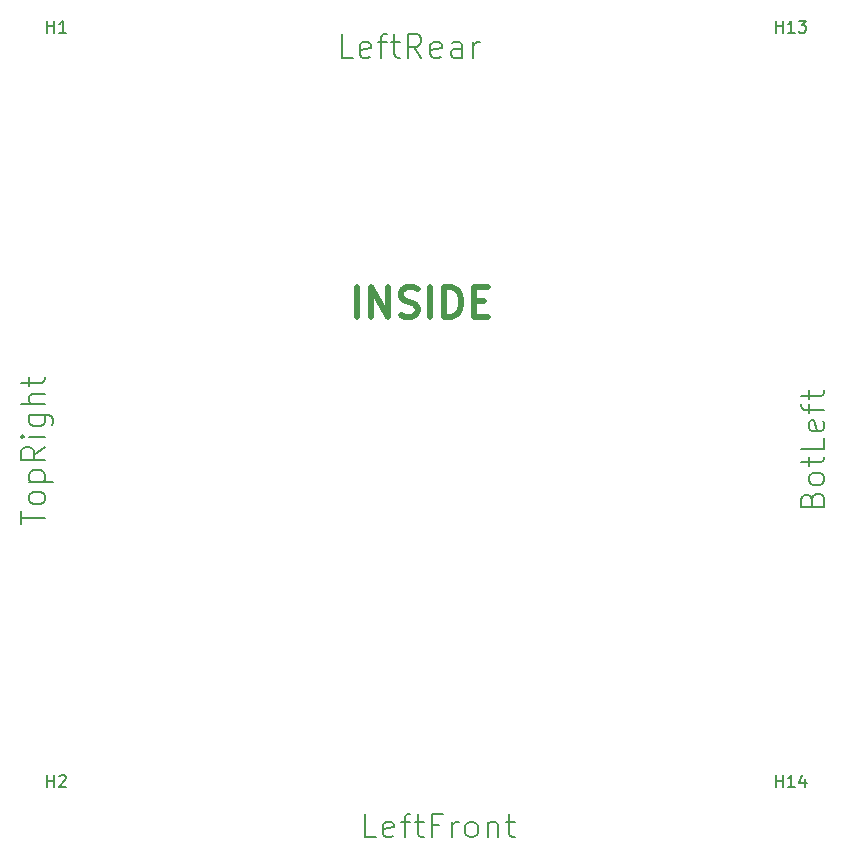
<source format=gbr>
%TF.GenerationSoftware,KiCad,Pcbnew,7.0.5-0*%
%TF.CreationDate,2024-04-21T20:06:43-04:00*%
%TF.ProjectId,swr_meter_left,7377725f-6d65-4746-9572-5f6c6566742e,rev?*%
%TF.SameCoordinates,Original*%
%TF.FileFunction,Legend,Top*%
%TF.FilePolarity,Positive*%
%FSLAX46Y46*%
G04 Gerber Fmt 4.6, Leading zero omitted, Abs format (unit mm)*
G04 Created by KiCad (PCBNEW 7.0.5-0) date 2024-04-21 20:06:43*
%MOMM*%
%LPD*%
G01*
G04 APERTURE LIST*
%ADD10C,0.200000*%
%ADD11C,0.500000*%
%ADD12C,0.150000*%
G04 APERTURE END LIST*
D10*
X130506145Y-29364835D02*
X129553764Y-29364835D01*
X129553764Y-29364835D02*
X129553764Y-27364835D01*
X131934717Y-29269597D02*
X131744241Y-29364835D01*
X131744241Y-29364835D02*
X131363288Y-29364835D01*
X131363288Y-29364835D02*
X131172812Y-29269597D01*
X131172812Y-29269597D02*
X131077574Y-29079120D01*
X131077574Y-29079120D02*
X131077574Y-28317216D01*
X131077574Y-28317216D02*
X131172812Y-28126739D01*
X131172812Y-28126739D02*
X131363288Y-28031501D01*
X131363288Y-28031501D02*
X131744241Y-28031501D01*
X131744241Y-28031501D02*
X131934717Y-28126739D01*
X131934717Y-28126739D02*
X132029955Y-28317216D01*
X132029955Y-28317216D02*
X132029955Y-28507692D01*
X132029955Y-28507692D02*
X131077574Y-28698168D01*
X132601384Y-28031501D02*
X133363288Y-28031501D01*
X132887098Y-29364835D02*
X132887098Y-27650549D01*
X132887098Y-27650549D02*
X132982336Y-27460073D01*
X132982336Y-27460073D02*
X133172812Y-27364835D01*
X133172812Y-27364835D02*
X133363288Y-27364835D01*
X133744241Y-28031501D02*
X134506145Y-28031501D01*
X134029955Y-27364835D02*
X134029955Y-29079120D01*
X134029955Y-29079120D02*
X134125193Y-29269597D01*
X134125193Y-29269597D02*
X134315669Y-29364835D01*
X134315669Y-29364835D02*
X134506145Y-29364835D01*
X136315669Y-29364835D02*
X135649002Y-28412454D01*
X135172812Y-29364835D02*
X135172812Y-27364835D01*
X135172812Y-27364835D02*
X135934717Y-27364835D01*
X135934717Y-27364835D02*
X136125193Y-27460073D01*
X136125193Y-27460073D02*
X136220431Y-27555311D01*
X136220431Y-27555311D02*
X136315669Y-27745787D01*
X136315669Y-27745787D02*
X136315669Y-28031501D01*
X136315669Y-28031501D02*
X136220431Y-28221977D01*
X136220431Y-28221977D02*
X136125193Y-28317216D01*
X136125193Y-28317216D02*
X135934717Y-28412454D01*
X135934717Y-28412454D02*
X135172812Y-28412454D01*
X137934717Y-29269597D02*
X137744241Y-29364835D01*
X137744241Y-29364835D02*
X137363288Y-29364835D01*
X137363288Y-29364835D02*
X137172812Y-29269597D01*
X137172812Y-29269597D02*
X137077574Y-29079120D01*
X137077574Y-29079120D02*
X137077574Y-28317216D01*
X137077574Y-28317216D02*
X137172812Y-28126739D01*
X137172812Y-28126739D02*
X137363288Y-28031501D01*
X137363288Y-28031501D02*
X137744241Y-28031501D01*
X137744241Y-28031501D02*
X137934717Y-28126739D01*
X137934717Y-28126739D02*
X138029955Y-28317216D01*
X138029955Y-28317216D02*
X138029955Y-28507692D01*
X138029955Y-28507692D02*
X137077574Y-28698168D01*
X139744241Y-29364835D02*
X139744241Y-28317216D01*
X139744241Y-28317216D02*
X139649003Y-28126739D01*
X139649003Y-28126739D02*
X139458527Y-28031501D01*
X139458527Y-28031501D02*
X139077574Y-28031501D01*
X139077574Y-28031501D02*
X138887098Y-28126739D01*
X139744241Y-29269597D02*
X139553765Y-29364835D01*
X139553765Y-29364835D02*
X139077574Y-29364835D01*
X139077574Y-29364835D02*
X138887098Y-29269597D01*
X138887098Y-29269597D02*
X138791860Y-29079120D01*
X138791860Y-29079120D02*
X138791860Y-28888644D01*
X138791860Y-28888644D02*
X138887098Y-28698168D01*
X138887098Y-28698168D02*
X139077574Y-28602930D01*
X139077574Y-28602930D02*
X139553765Y-28602930D01*
X139553765Y-28602930D02*
X139744241Y-28507692D01*
X140696622Y-29364835D02*
X140696622Y-28031501D01*
X140696622Y-28412454D02*
X140791860Y-28221977D01*
X140791860Y-28221977D02*
X140887098Y-28126739D01*
X140887098Y-28126739D02*
X141077574Y-28031501D01*
X141077574Y-28031501D02*
X141268051Y-28031501D01*
X102440834Y-68858092D02*
X102440834Y-67715235D01*
X104440834Y-68286664D02*
X102440834Y-68286664D01*
X104440834Y-66762854D02*
X104345596Y-66953330D01*
X104345596Y-66953330D02*
X104250357Y-67048568D01*
X104250357Y-67048568D02*
X104059881Y-67143806D01*
X104059881Y-67143806D02*
X103488453Y-67143806D01*
X103488453Y-67143806D02*
X103297976Y-67048568D01*
X103297976Y-67048568D02*
X103202738Y-66953330D01*
X103202738Y-66953330D02*
X103107500Y-66762854D01*
X103107500Y-66762854D02*
X103107500Y-66477139D01*
X103107500Y-66477139D02*
X103202738Y-66286663D01*
X103202738Y-66286663D02*
X103297976Y-66191425D01*
X103297976Y-66191425D02*
X103488453Y-66096187D01*
X103488453Y-66096187D02*
X104059881Y-66096187D01*
X104059881Y-66096187D02*
X104250357Y-66191425D01*
X104250357Y-66191425D02*
X104345596Y-66286663D01*
X104345596Y-66286663D02*
X104440834Y-66477139D01*
X104440834Y-66477139D02*
X104440834Y-66762854D01*
X103107500Y-65239044D02*
X105107500Y-65239044D01*
X103202738Y-65239044D02*
X103107500Y-65048568D01*
X103107500Y-65048568D02*
X103107500Y-64667615D01*
X103107500Y-64667615D02*
X103202738Y-64477139D01*
X103202738Y-64477139D02*
X103297976Y-64381901D01*
X103297976Y-64381901D02*
X103488453Y-64286663D01*
X103488453Y-64286663D02*
X104059881Y-64286663D01*
X104059881Y-64286663D02*
X104250357Y-64381901D01*
X104250357Y-64381901D02*
X104345596Y-64477139D01*
X104345596Y-64477139D02*
X104440834Y-64667615D01*
X104440834Y-64667615D02*
X104440834Y-65048568D01*
X104440834Y-65048568D02*
X104345596Y-65239044D01*
X104440834Y-62286663D02*
X103488453Y-62953330D01*
X104440834Y-63429520D02*
X102440834Y-63429520D01*
X102440834Y-63429520D02*
X102440834Y-62667615D01*
X102440834Y-62667615D02*
X102536072Y-62477139D01*
X102536072Y-62477139D02*
X102631310Y-62381901D01*
X102631310Y-62381901D02*
X102821786Y-62286663D01*
X102821786Y-62286663D02*
X103107500Y-62286663D01*
X103107500Y-62286663D02*
X103297976Y-62381901D01*
X103297976Y-62381901D02*
X103393215Y-62477139D01*
X103393215Y-62477139D02*
X103488453Y-62667615D01*
X103488453Y-62667615D02*
X103488453Y-63429520D01*
X104440834Y-61429520D02*
X103107500Y-61429520D01*
X102440834Y-61429520D02*
X102536072Y-61524758D01*
X102536072Y-61524758D02*
X102631310Y-61429520D01*
X102631310Y-61429520D02*
X102536072Y-61334282D01*
X102536072Y-61334282D02*
X102440834Y-61429520D01*
X102440834Y-61429520D02*
X102631310Y-61429520D01*
X103107500Y-59619996D02*
X104726548Y-59619996D01*
X104726548Y-59619996D02*
X104917024Y-59715234D01*
X104917024Y-59715234D02*
X105012262Y-59810472D01*
X105012262Y-59810472D02*
X105107500Y-60000949D01*
X105107500Y-60000949D02*
X105107500Y-60286663D01*
X105107500Y-60286663D02*
X105012262Y-60477139D01*
X104345596Y-59619996D02*
X104440834Y-59810472D01*
X104440834Y-59810472D02*
X104440834Y-60191425D01*
X104440834Y-60191425D02*
X104345596Y-60381901D01*
X104345596Y-60381901D02*
X104250357Y-60477139D01*
X104250357Y-60477139D02*
X104059881Y-60572377D01*
X104059881Y-60572377D02*
X103488453Y-60572377D01*
X103488453Y-60572377D02*
X103297976Y-60477139D01*
X103297976Y-60477139D02*
X103202738Y-60381901D01*
X103202738Y-60381901D02*
X103107500Y-60191425D01*
X103107500Y-60191425D02*
X103107500Y-59810472D01*
X103107500Y-59810472D02*
X103202738Y-59619996D01*
X104440834Y-58667615D02*
X102440834Y-58667615D01*
X104440834Y-57810472D02*
X103393215Y-57810472D01*
X103393215Y-57810472D02*
X103202738Y-57905710D01*
X103202738Y-57905710D02*
X103107500Y-58096186D01*
X103107500Y-58096186D02*
X103107500Y-58381901D01*
X103107500Y-58381901D02*
X103202738Y-58572377D01*
X103202738Y-58572377D02*
X103297976Y-58667615D01*
X103107500Y-57143805D02*
X103107500Y-56381901D01*
X102440834Y-56858091D02*
X104155119Y-56858091D01*
X104155119Y-56858091D02*
X104345596Y-56762853D01*
X104345596Y-56762853D02*
X104440834Y-56572377D01*
X104440834Y-56572377D02*
X104440834Y-56381901D01*
X169393215Y-66762853D02*
X169488453Y-66477139D01*
X169488453Y-66477139D02*
X169583691Y-66381901D01*
X169583691Y-66381901D02*
X169774167Y-66286663D01*
X169774167Y-66286663D02*
X170059881Y-66286663D01*
X170059881Y-66286663D02*
X170250357Y-66381901D01*
X170250357Y-66381901D02*
X170345596Y-66477139D01*
X170345596Y-66477139D02*
X170440834Y-66667615D01*
X170440834Y-66667615D02*
X170440834Y-67429520D01*
X170440834Y-67429520D02*
X168440834Y-67429520D01*
X168440834Y-67429520D02*
X168440834Y-66762853D01*
X168440834Y-66762853D02*
X168536072Y-66572377D01*
X168536072Y-66572377D02*
X168631310Y-66477139D01*
X168631310Y-66477139D02*
X168821786Y-66381901D01*
X168821786Y-66381901D02*
X169012262Y-66381901D01*
X169012262Y-66381901D02*
X169202738Y-66477139D01*
X169202738Y-66477139D02*
X169297976Y-66572377D01*
X169297976Y-66572377D02*
X169393215Y-66762853D01*
X169393215Y-66762853D02*
X169393215Y-67429520D01*
X170440834Y-65143806D02*
X170345596Y-65334282D01*
X170345596Y-65334282D02*
X170250357Y-65429520D01*
X170250357Y-65429520D02*
X170059881Y-65524758D01*
X170059881Y-65524758D02*
X169488453Y-65524758D01*
X169488453Y-65524758D02*
X169297976Y-65429520D01*
X169297976Y-65429520D02*
X169202738Y-65334282D01*
X169202738Y-65334282D02*
X169107500Y-65143806D01*
X169107500Y-65143806D02*
X169107500Y-64858091D01*
X169107500Y-64858091D02*
X169202738Y-64667615D01*
X169202738Y-64667615D02*
X169297976Y-64572377D01*
X169297976Y-64572377D02*
X169488453Y-64477139D01*
X169488453Y-64477139D02*
X170059881Y-64477139D01*
X170059881Y-64477139D02*
X170250357Y-64572377D01*
X170250357Y-64572377D02*
X170345596Y-64667615D01*
X170345596Y-64667615D02*
X170440834Y-64858091D01*
X170440834Y-64858091D02*
X170440834Y-65143806D01*
X169107500Y-63905710D02*
X169107500Y-63143806D01*
X168440834Y-63619996D02*
X170155119Y-63619996D01*
X170155119Y-63619996D02*
X170345596Y-63524758D01*
X170345596Y-63524758D02*
X170440834Y-63334282D01*
X170440834Y-63334282D02*
X170440834Y-63143806D01*
X170440834Y-61524758D02*
X170440834Y-62477139D01*
X170440834Y-62477139D02*
X168440834Y-62477139D01*
X170345596Y-60096186D02*
X170440834Y-60286662D01*
X170440834Y-60286662D02*
X170440834Y-60667615D01*
X170440834Y-60667615D02*
X170345596Y-60858091D01*
X170345596Y-60858091D02*
X170155119Y-60953329D01*
X170155119Y-60953329D02*
X169393215Y-60953329D01*
X169393215Y-60953329D02*
X169202738Y-60858091D01*
X169202738Y-60858091D02*
X169107500Y-60667615D01*
X169107500Y-60667615D02*
X169107500Y-60286662D01*
X169107500Y-60286662D02*
X169202738Y-60096186D01*
X169202738Y-60096186D02*
X169393215Y-60000948D01*
X169393215Y-60000948D02*
X169583691Y-60000948D01*
X169583691Y-60000948D02*
X169774167Y-60953329D01*
X169107500Y-59429519D02*
X169107500Y-58667615D01*
X170440834Y-59143805D02*
X168726548Y-59143805D01*
X168726548Y-59143805D02*
X168536072Y-59048567D01*
X168536072Y-59048567D02*
X168440834Y-58858091D01*
X168440834Y-58858091D02*
X168440834Y-58667615D01*
X169107500Y-58286662D02*
X169107500Y-57524758D01*
X168440834Y-58000948D02*
X170155119Y-58000948D01*
X170155119Y-58000948D02*
X170345596Y-57905710D01*
X170345596Y-57905710D02*
X170440834Y-57715234D01*
X170440834Y-57715234D02*
X170440834Y-57524758D01*
D11*
X130870181Y-51288044D02*
X130870181Y-48788044D01*
X132060657Y-51288044D02*
X132060657Y-48788044D01*
X132060657Y-48788044D02*
X133489228Y-51288044D01*
X133489228Y-51288044D02*
X133489228Y-48788044D01*
X134560657Y-51168997D02*
X134917800Y-51288044D01*
X134917800Y-51288044D02*
X135513038Y-51288044D01*
X135513038Y-51288044D02*
X135751133Y-51168997D01*
X135751133Y-51168997D02*
X135870181Y-51049949D01*
X135870181Y-51049949D02*
X135989228Y-50811854D01*
X135989228Y-50811854D02*
X135989228Y-50573758D01*
X135989228Y-50573758D02*
X135870181Y-50335663D01*
X135870181Y-50335663D02*
X135751133Y-50216616D01*
X135751133Y-50216616D02*
X135513038Y-50097568D01*
X135513038Y-50097568D02*
X135036847Y-49978520D01*
X135036847Y-49978520D02*
X134798752Y-49859473D01*
X134798752Y-49859473D02*
X134679705Y-49740425D01*
X134679705Y-49740425D02*
X134560657Y-49502330D01*
X134560657Y-49502330D02*
X134560657Y-49264235D01*
X134560657Y-49264235D02*
X134679705Y-49026139D01*
X134679705Y-49026139D02*
X134798752Y-48907092D01*
X134798752Y-48907092D02*
X135036847Y-48788044D01*
X135036847Y-48788044D02*
X135632086Y-48788044D01*
X135632086Y-48788044D02*
X135989228Y-48907092D01*
X137060657Y-51288044D02*
X137060657Y-48788044D01*
X138251133Y-51288044D02*
X138251133Y-48788044D01*
X138251133Y-48788044D02*
X138846371Y-48788044D01*
X138846371Y-48788044D02*
X139203514Y-48907092D01*
X139203514Y-48907092D02*
X139441609Y-49145187D01*
X139441609Y-49145187D02*
X139560656Y-49383282D01*
X139560656Y-49383282D02*
X139679704Y-49859473D01*
X139679704Y-49859473D02*
X139679704Y-50216616D01*
X139679704Y-50216616D02*
X139560656Y-50692806D01*
X139560656Y-50692806D02*
X139441609Y-50930901D01*
X139441609Y-50930901D02*
X139203514Y-51168997D01*
X139203514Y-51168997D02*
X138846371Y-51288044D01*
X138846371Y-51288044D02*
X138251133Y-51288044D01*
X140751133Y-49978520D02*
X141584466Y-49978520D01*
X141941609Y-51288044D02*
X140751133Y-51288044D01*
X140751133Y-51288044D02*
X140751133Y-48788044D01*
X140751133Y-48788044D02*
X141941609Y-48788044D01*
D10*
X132506145Y-95364835D02*
X131553764Y-95364835D01*
X131553764Y-95364835D02*
X131553764Y-93364835D01*
X133934717Y-95269597D02*
X133744241Y-95364835D01*
X133744241Y-95364835D02*
X133363288Y-95364835D01*
X133363288Y-95364835D02*
X133172812Y-95269597D01*
X133172812Y-95269597D02*
X133077574Y-95079120D01*
X133077574Y-95079120D02*
X133077574Y-94317216D01*
X133077574Y-94317216D02*
X133172812Y-94126739D01*
X133172812Y-94126739D02*
X133363288Y-94031501D01*
X133363288Y-94031501D02*
X133744241Y-94031501D01*
X133744241Y-94031501D02*
X133934717Y-94126739D01*
X133934717Y-94126739D02*
X134029955Y-94317216D01*
X134029955Y-94317216D02*
X134029955Y-94507692D01*
X134029955Y-94507692D02*
X133077574Y-94698168D01*
X134601384Y-94031501D02*
X135363288Y-94031501D01*
X134887098Y-95364835D02*
X134887098Y-93650549D01*
X134887098Y-93650549D02*
X134982336Y-93460073D01*
X134982336Y-93460073D02*
X135172812Y-93364835D01*
X135172812Y-93364835D02*
X135363288Y-93364835D01*
X135744241Y-94031501D02*
X136506145Y-94031501D01*
X136029955Y-93364835D02*
X136029955Y-95079120D01*
X136029955Y-95079120D02*
X136125193Y-95269597D01*
X136125193Y-95269597D02*
X136315669Y-95364835D01*
X136315669Y-95364835D02*
X136506145Y-95364835D01*
X137839479Y-94317216D02*
X137172812Y-94317216D01*
X137172812Y-95364835D02*
X137172812Y-93364835D01*
X137172812Y-93364835D02*
X138125193Y-93364835D01*
X138887098Y-95364835D02*
X138887098Y-94031501D01*
X138887098Y-94412454D02*
X138982336Y-94221977D01*
X138982336Y-94221977D02*
X139077574Y-94126739D01*
X139077574Y-94126739D02*
X139268050Y-94031501D01*
X139268050Y-94031501D02*
X139458527Y-94031501D01*
X140410907Y-95364835D02*
X140220431Y-95269597D01*
X140220431Y-95269597D02*
X140125193Y-95174358D01*
X140125193Y-95174358D02*
X140029955Y-94983882D01*
X140029955Y-94983882D02*
X140029955Y-94412454D01*
X140029955Y-94412454D02*
X140125193Y-94221977D01*
X140125193Y-94221977D02*
X140220431Y-94126739D01*
X140220431Y-94126739D02*
X140410907Y-94031501D01*
X140410907Y-94031501D02*
X140696622Y-94031501D01*
X140696622Y-94031501D02*
X140887098Y-94126739D01*
X140887098Y-94126739D02*
X140982336Y-94221977D01*
X140982336Y-94221977D02*
X141077574Y-94412454D01*
X141077574Y-94412454D02*
X141077574Y-94983882D01*
X141077574Y-94983882D02*
X140982336Y-95174358D01*
X140982336Y-95174358D02*
X140887098Y-95269597D01*
X140887098Y-95269597D02*
X140696622Y-95364835D01*
X140696622Y-95364835D02*
X140410907Y-95364835D01*
X141934717Y-94031501D02*
X141934717Y-95364835D01*
X141934717Y-94221977D02*
X142029955Y-94126739D01*
X142029955Y-94126739D02*
X142220431Y-94031501D01*
X142220431Y-94031501D02*
X142506146Y-94031501D01*
X142506146Y-94031501D02*
X142696622Y-94126739D01*
X142696622Y-94126739D02*
X142791860Y-94317216D01*
X142791860Y-94317216D02*
X142791860Y-95364835D01*
X143458527Y-94031501D02*
X144220431Y-94031501D01*
X143744241Y-93364835D02*
X143744241Y-95079120D01*
X143744241Y-95079120D02*
X143839479Y-95269597D01*
X143839479Y-95269597D02*
X144029955Y-95364835D01*
X144029955Y-95364835D02*
X144220431Y-95364835D01*
D12*
%TO.C,H13*%
X166357901Y-27224816D02*
X166357901Y-26224816D01*
X166357901Y-26701006D02*
X166929329Y-26701006D01*
X166929329Y-27224816D02*
X166929329Y-26224816D01*
X167929329Y-27224816D02*
X167357901Y-27224816D01*
X167643615Y-27224816D02*
X167643615Y-26224816D01*
X167643615Y-26224816D02*
X167548377Y-26367673D01*
X167548377Y-26367673D02*
X167453139Y-26462911D01*
X167453139Y-26462911D02*
X167357901Y-26510530D01*
X168262663Y-26224816D02*
X168881710Y-26224816D01*
X168881710Y-26224816D02*
X168548377Y-26605768D01*
X168548377Y-26605768D02*
X168691234Y-26605768D01*
X168691234Y-26605768D02*
X168786472Y-26653387D01*
X168786472Y-26653387D02*
X168834091Y-26701006D01*
X168834091Y-26701006D02*
X168881710Y-26796244D01*
X168881710Y-26796244D02*
X168881710Y-27034339D01*
X168881710Y-27034339D02*
X168834091Y-27129577D01*
X168834091Y-27129577D02*
X168786472Y-27177197D01*
X168786472Y-27177197D02*
X168691234Y-27224816D01*
X168691234Y-27224816D02*
X168405520Y-27224816D01*
X168405520Y-27224816D02*
X168310282Y-27177197D01*
X168310282Y-27177197D02*
X168262663Y-27129577D01*
%TO.C,H1*%
X104642091Y-27224816D02*
X104642091Y-26224816D01*
X104642091Y-26701006D02*
X105213519Y-26701006D01*
X105213519Y-27224816D02*
X105213519Y-26224816D01*
X106213519Y-27224816D02*
X105642091Y-27224816D01*
X105927805Y-27224816D02*
X105927805Y-26224816D01*
X105927805Y-26224816D02*
X105832567Y-26367673D01*
X105832567Y-26367673D02*
X105737329Y-26462911D01*
X105737329Y-26462911D02*
X105642091Y-26510530D01*
%TO.C,H2*%
X104642091Y-91094816D02*
X104642091Y-90094816D01*
X104642091Y-90571006D02*
X105213519Y-90571006D01*
X105213519Y-91094816D02*
X105213519Y-90094816D01*
X105642091Y-90190054D02*
X105689710Y-90142435D01*
X105689710Y-90142435D02*
X105784948Y-90094816D01*
X105784948Y-90094816D02*
X106023043Y-90094816D01*
X106023043Y-90094816D02*
X106118281Y-90142435D01*
X106118281Y-90142435D02*
X106165900Y-90190054D01*
X106165900Y-90190054D02*
X106213519Y-90285292D01*
X106213519Y-90285292D02*
X106213519Y-90380530D01*
X106213519Y-90380530D02*
X106165900Y-90523387D01*
X106165900Y-90523387D02*
X105594472Y-91094816D01*
X105594472Y-91094816D02*
X106213519Y-91094816D01*
%TO.C,H14*%
X166357901Y-91094816D02*
X166357901Y-90094816D01*
X166357901Y-90571006D02*
X166929329Y-90571006D01*
X166929329Y-91094816D02*
X166929329Y-90094816D01*
X167929329Y-91094816D02*
X167357901Y-91094816D01*
X167643615Y-91094816D02*
X167643615Y-90094816D01*
X167643615Y-90094816D02*
X167548377Y-90237673D01*
X167548377Y-90237673D02*
X167453139Y-90332911D01*
X167453139Y-90332911D02*
X167357901Y-90380530D01*
X168786472Y-90428149D02*
X168786472Y-91094816D01*
X168548377Y-90047197D02*
X168310282Y-90761482D01*
X168310282Y-90761482D02*
X168929329Y-90761482D01*
%TD*%
M02*

</source>
